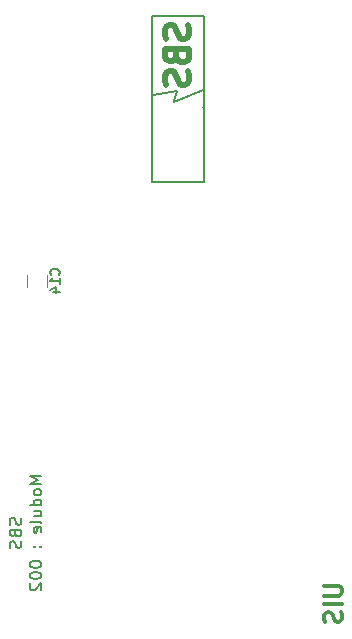
<source format=gbr>
G04 #@! TF.FileFunction,Legend,Bot*
%FSLAX46Y46*%
G04 Gerber Fmt 4.6, Leading zero omitted, Abs format (unit mm)*
G04 Created by KiCad (PCBNEW 4.0.6) date 05/22/17 17:46:35*
%MOMM*%
%LPD*%
G01*
G04 APERTURE LIST*
%ADD10C,0.100000*%
%ADD11C,0.200000*%
%ADD12C,0.500000*%
%ADD13C,0.300000*%
%ADD14C,0.120000*%
%ADD15C,0.150000*%
G04 APERTURE END LIST*
D10*
D11*
X137760062Y-115511695D02*
X137807681Y-115654552D01*
X137807681Y-115892648D01*
X137760062Y-115987886D01*
X137712443Y-116035505D01*
X137617205Y-116083124D01*
X137521967Y-116083124D01*
X137426729Y-116035505D01*
X137379110Y-115987886D01*
X137331490Y-115892648D01*
X137283871Y-115702171D01*
X137236252Y-115606933D01*
X137188633Y-115559314D01*
X137093395Y-115511695D01*
X136998157Y-115511695D01*
X136902919Y-115559314D01*
X136855300Y-115606933D01*
X136807681Y-115702171D01*
X136807681Y-115940267D01*
X136855300Y-116083124D01*
X137283871Y-116845029D02*
X137331490Y-116987886D01*
X137379110Y-117035505D01*
X137474348Y-117083124D01*
X137617205Y-117083124D01*
X137712443Y-117035505D01*
X137760062Y-116987886D01*
X137807681Y-116892648D01*
X137807681Y-116511695D01*
X136807681Y-116511695D01*
X136807681Y-116845029D01*
X136855300Y-116940267D01*
X136902919Y-116987886D01*
X136998157Y-117035505D01*
X137093395Y-117035505D01*
X137188633Y-116987886D01*
X137236252Y-116940267D01*
X137283871Y-116845029D01*
X137283871Y-116511695D01*
X137760062Y-117464076D02*
X137807681Y-117606933D01*
X137807681Y-117845029D01*
X137760062Y-117940267D01*
X137712443Y-117987886D01*
X137617205Y-118035505D01*
X137521967Y-118035505D01*
X137426729Y-117987886D01*
X137379110Y-117940267D01*
X137331490Y-117845029D01*
X137283871Y-117654552D01*
X137236252Y-117559314D01*
X137188633Y-117511695D01*
X137093395Y-117464076D01*
X136998157Y-117464076D01*
X136902919Y-117511695D01*
X136855300Y-117559314D01*
X136807681Y-117654552D01*
X136807681Y-117892648D01*
X136855300Y-118035505D01*
X139507681Y-111964076D02*
X138507681Y-111964076D01*
X139221967Y-112297410D01*
X138507681Y-112630743D01*
X139507681Y-112630743D01*
X139507681Y-113249790D02*
X139460062Y-113154552D01*
X139412443Y-113106933D01*
X139317205Y-113059314D01*
X139031490Y-113059314D01*
X138936252Y-113106933D01*
X138888633Y-113154552D01*
X138841014Y-113249790D01*
X138841014Y-113392648D01*
X138888633Y-113487886D01*
X138936252Y-113535505D01*
X139031490Y-113583124D01*
X139317205Y-113583124D01*
X139412443Y-113535505D01*
X139460062Y-113487886D01*
X139507681Y-113392648D01*
X139507681Y-113249790D01*
X139507681Y-114440267D02*
X138507681Y-114440267D01*
X139460062Y-114440267D02*
X139507681Y-114345029D01*
X139507681Y-114154552D01*
X139460062Y-114059314D01*
X139412443Y-114011695D01*
X139317205Y-113964076D01*
X139031490Y-113964076D01*
X138936252Y-114011695D01*
X138888633Y-114059314D01*
X138841014Y-114154552D01*
X138841014Y-114345029D01*
X138888633Y-114440267D01*
X138841014Y-115345029D02*
X139507681Y-115345029D01*
X138841014Y-114916457D02*
X139364824Y-114916457D01*
X139460062Y-114964076D01*
X139507681Y-115059314D01*
X139507681Y-115202172D01*
X139460062Y-115297410D01*
X139412443Y-115345029D01*
X139507681Y-115964076D02*
X139460062Y-115868838D01*
X139364824Y-115821219D01*
X138507681Y-115821219D01*
X139460062Y-116725982D02*
X139507681Y-116630744D01*
X139507681Y-116440267D01*
X139460062Y-116345029D01*
X139364824Y-116297410D01*
X138983871Y-116297410D01*
X138888633Y-116345029D01*
X138841014Y-116440267D01*
X138841014Y-116630744D01*
X138888633Y-116725982D01*
X138983871Y-116773601D01*
X139079110Y-116773601D01*
X139174348Y-116297410D01*
X139412443Y-117964077D02*
X139460062Y-118011696D01*
X139507681Y-117964077D01*
X139460062Y-117916458D01*
X139412443Y-117964077D01*
X139507681Y-117964077D01*
X138888633Y-117964077D02*
X138936252Y-118011696D01*
X138983871Y-117964077D01*
X138936252Y-117916458D01*
X138888633Y-117964077D01*
X138983871Y-117964077D01*
X138507681Y-119392648D02*
X138507681Y-119487887D01*
X138555300Y-119583125D01*
X138602919Y-119630744D01*
X138698157Y-119678363D01*
X138888633Y-119725982D01*
X139126729Y-119725982D01*
X139317205Y-119678363D01*
X139412443Y-119630744D01*
X139460062Y-119583125D01*
X139507681Y-119487887D01*
X139507681Y-119392648D01*
X139460062Y-119297410D01*
X139412443Y-119249791D01*
X139317205Y-119202172D01*
X139126729Y-119154553D01*
X138888633Y-119154553D01*
X138698157Y-119202172D01*
X138602919Y-119249791D01*
X138555300Y-119297410D01*
X138507681Y-119392648D01*
X138507681Y-120345029D02*
X138507681Y-120440268D01*
X138555300Y-120535506D01*
X138602919Y-120583125D01*
X138698157Y-120630744D01*
X138888633Y-120678363D01*
X139126729Y-120678363D01*
X139317205Y-120630744D01*
X139412443Y-120583125D01*
X139460062Y-120535506D01*
X139507681Y-120440268D01*
X139507681Y-120345029D01*
X139460062Y-120249791D01*
X139412443Y-120202172D01*
X139317205Y-120154553D01*
X139126729Y-120106934D01*
X138888633Y-120106934D01*
X138698157Y-120154553D01*
X138602919Y-120202172D01*
X138555300Y-120249791D01*
X138507681Y-120345029D01*
X138602919Y-121059315D02*
X138555300Y-121106934D01*
X138507681Y-121202172D01*
X138507681Y-121440268D01*
X138555300Y-121535506D01*
X138602919Y-121583125D01*
X138698157Y-121630744D01*
X138793395Y-121630744D01*
X138936252Y-121583125D01*
X139507681Y-121011696D01*
X139507681Y-121630744D01*
X148865300Y-87053600D02*
X148865300Y-87013600D01*
X153255300Y-87053600D02*
X148865300Y-87053600D01*
X153255300Y-73033600D02*
X153255300Y-87053600D01*
X148865300Y-73033600D02*
X153255300Y-73033600D01*
X148865300Y-87073600D02*
X148865300Y-73033600D01*
X153205300Y-80743600D02*
X153205300Y-80763600D01*
X150735300Y-80283600D02*
X153195300Y-79283600D01*
X150955300Y-79333600D02*
X150755300Y-80253600D01*
X148935300Y-79733600D02*
X150965300Y-79333600D01*
D12*
X151884824Y-73799790D02*
X151980062Y-74085505D01*
X151980062Y-74561695D01*
X151884824Y-74752171D01*
X151789586Y-74847409D01*
X151599110Y-74942648D01*
X151408633Y-74942648D01*
X151218157Y-74847409D01*
X151122919Y-74752171D01*
X151027681Y-74561695D01*
X150932443Y-74180743D01*
X150837205Y-73990267D01*
X150741967Y-73895028D01*
X150551490Y-73799790D01*
X150361014Y-73799790D01*
X150170538Y-73895028D01*
X150075300Y-73990267D01*
X149980062Y-74180743D01*
X149980062Y-74656933D01*
X150075300Y-74942648D01*
X150932443Y-76466457D02*
X151027681Y-76752171D01*
X151122919Y-76847410D01*
X151313395Y-76942648D01*
X151599110Y-76942648D01*
X151789586Y-76847410D01*
X151884824Y-76752171D01*
X151980062Y-76561695D01*
X151980062Y-75799790D01*
X149980062Y-75799790D01*
X149980062Y-76466457D01*
X150075300Y-76656933D01*
X150170538Y-76752171D01*
X150361014Y-76847410D01*
X150551490Y-76847410D01*
X150741967Y-76752171D01*
X150837205Y-76656933D01*
X150932443Y-76466457D01*
X150932443Y-75799790D01*
X151884824Y-77704552D02*
X151980062Y-77990267D01*
X151980062Y-78466457D01*
X151884824Y-78656933D01*
X151789586Y-78752171D01*
X151599110Y-78847410D01*
X151408633Y-78847410D01*
X151218157Y-78752171D01*
X151122919Y-78656933D01*
X151027681Y-78466457D01*
X150932443Y-78085505D01*
X150837205Y-77895029D01*
X150741967Y-77799790D01*
X150551490Y-77704552D01*
X150361014Y-77704552D01*
X150170538Y-77799790D01*
X150075300Y-77895029D01*
X149980062Y-78085505D01*
X149980062Y-78561695D01*
X150075300Y-78847410D01*
D13*
X163463871Y-121253600D02*
X164678157Y-121253600D01*
X164821014Y-121325028D01*
X164892443Y-121396457D01*
X164963871Y-121539314D01*
X164963871Y-121825028D01*
X164892443Y-121967886D01*
X164821014Y-122039314D01*
X164678157Y-122110743D01*
X163463871Y-122110743D01*
X164963871Y-122825029D02*
X163463871Y-122825029D01*
X164892443Y-123467886D02*
X164963871Y-123682172D01*
X164963871Y-124039315D01*
X164892443Y-124182172D01*
X164821014Y-124253601D01*
X164678157Y-124325029D01*
X164535300Y-124325029D01*
X164392443Y-124253601D01*
X164321014Y-124182172D01*
X164249586Y-124039315D01*
X164178157Y-123753601D01*
X164106729Y-123610743D01*
X164035300Y-123539315D01*
X163892443Y-123467886D01*
X163749586Y-123467886D01*
X163606729Y-123539315D01*
X163535300Y-123610743D01*
X163463871Y-123753601D01*
X163463871Y-124110743D01*
X163535300Y-124325029D01*
D14*
X138255300Y-95953600D02*
X138255300Y-94953600D01*
X139955300Y-94953600D02*
X139955300Y-95953600D01*
D15*
X140961014Y-94929314D02*
X140999110Y-94891219D01*
X141037205Y-94776933D01*
X141037205Y-94700743D01*
X140999110Y-94586457D01*
X140922919Y-94510266D01*
X140846729Y-94472171D01*
X140694348Y-94434076D01*
X140580062Y-94434076D01*
X140427681Y-94472171D01*
X140351490Y-94510266D01*
X140275300Y-94586457D01*
X140237205Y-94700743D01*
X140237205Y-94776933D01*
X140275300Y-94891219D01*
X140313395Y-94929314D01*
X141037205Y-95691219D02*
X141037205Y-95234076D01*
X141037205Y-95462647D02*
X140237205Y-95462647D01*
X140351490Y-95386457D01*
X140427681Y-95310266D01*
X140465776Y-95234076D01*
X140503871Y-96376933D02*
X141037205Y-96376933D01*
X140199110Y-96186457D02*
X140770538Y-95995981D01*
X140770538Y-96491219D01*
M02*

</source>
